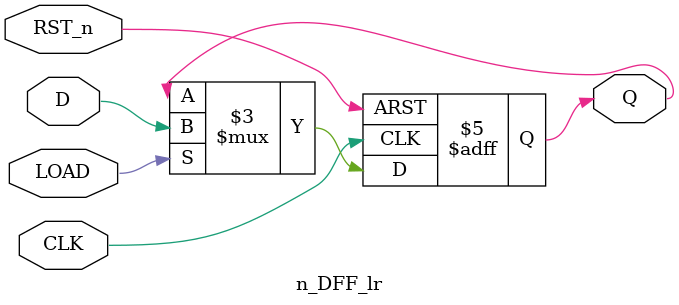
<source format=v>
/**@file
 * Cell - DFF (Data Flip Flop) with Load and Reset Port.
 */

/***************************************************************************/
/*  ncpu 32000 (Scalable Ultra-Low-Power Processor)                    */
/*                                                                         */
/*  Copyright (C) 2019 cassuto <psc-system@outlook.com>, China.            */
/*  This project is free edition; you can redistribute it and/or           */
/*  modify it under the terms of the GNU Lesser General Public             */
/*  License(GPL) as published by the Free Software Foundation; either      */
/*  version 2.1 of the License, or (at your option) any later version.     */
/*                                                                         */
/*  This project is distributed in the hope that it will be useful,        */
/*  but WITHOUT ANY WARRANTY; without even the implied warranty of         */
/*  MERCHANTABILITY or FITNESS FOR A PARTICULAR PURPOSE.  See the GNU      */
/*  Lesser General Public License for more details.                        */
/***************************************************************************/

`include "ncpu32k_config.h"

module n_DFF_lr # (
   parameter DW = 1, // Data Width in bits
   parameter RST_VECTOR = {DW{1'b0}}
)
(
   input CLK,
   input RST_n,
   input LOAD,
   input [DW-1:0] D, // Data input
`ifdef NCPU_NO_RST
   output reg [DW-1:0] Q = RST_VECTOR
`else
   output reg [DW-1:0] Q // Data output
`endif
);
`ifdef NCPU_NO_RST
   always @(posedge CLK) begin
     if (LOAD)
       Q <= #1 D;
   end
`else
   always @(posedge CLK or negedge RST_n) begin
     if (!RST_n)
       Q <= RST_VECTOR;
     else if (LOAD)
       Q <= #1 D;
   end
`endif
   
   // synthesis translate_off
`ifndef SYNTHESIS                   

   // Assertion (x-checker)
`ifdef NCPU_ENABLE_ASSERT
   always @(posedge CLK) begin
      if(D == {DW{1'bx}})
         $fatal ("\n dff uncertain state! \n");
   end
`endif

`endif
   // synthesis translate_on
endmodule

</source>
